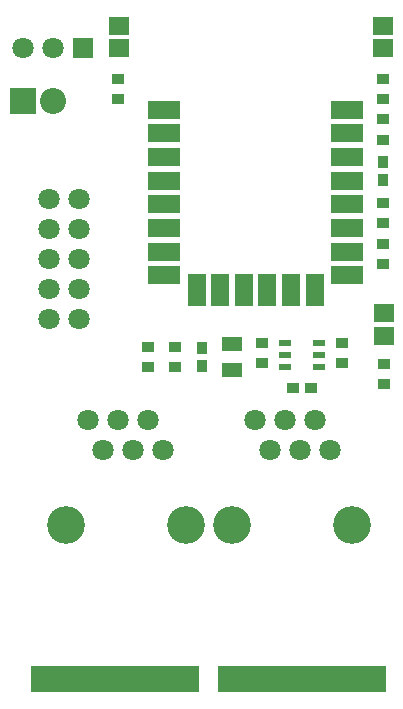
<source format=gts>
G04*
G04 #@! TF.GenerationSoftware,Altium Limited,Altium Designer,18.0.12 (696)*
G04*
G04 Layer_Color=8388736*
%FSLAX44Y44*%
%MOMM*%
G71*
G01*
G75*
%ADD26R,2.7032X1.6032*%
%ADD27R,1.6032X2.7032*%
%ADD28R,1.7032X1.5032*%
%ADD29R,1.1176X0.9652*%
%ADD30R,1.0532X0.8532*%
%ADD31R,1.7032X1.2032*%
%ADD32R,0.9652X1.1176*%
%ADD33R,1.0135X0.5029*%
%ADD34R,14.2032X2.2032*%
%ADD35C,1.8032*%
%ADD36C,2.2032*%
%ADD37R,2.2032X2.2032*%
%ADD38R,1.8032X1.8032*%
%ADD39C,3.2032*%
D26*
X1294130Y709620D02*
D03*
Y689620D02*
D03*
X1139130Y669620D02*
D03*
X1294130Y769620D02*
D03*
Y789620D02*
D03*
Y809620D02*
D03*
Y729620D02*
D03*
Y749620D02*
D03*
X1139130Y729620D02*
D03*
Y689620D02*
D03*
Y709620D02*
D03*
X1294130Y669620D02*
D03*
X1139130Y749620D02*
D03*
Y769620D02*
D03*
Y789620D02*
D03*
Y809620D02*
D03*
D27*
X1166630Y657120D02*
D03*
X1186630D02*
D03*
X1206630D02*
D03*
X1266630D02*
D03*
X1246630D02*
D03*
X1226630D02*
D03*
D28*
X1100582Y861720D02*
D03*
Y880720D02*
D03*
X1324610Y861720D02*
D03*
Y880720D02*
D03*
X1324864Y618388D02*
D03*
Y637388D02*
D03*
D29*
X1248156Y574548D02*
D03*
X1263396D02*
D03*
D30*
X1289304Y612004D02*
D03*
Y595004D02*
D03*
X1221740Y612004D02*
D03*
Y595004D02*
D03*
X1324356Y784488D02*
D03*
Y801488D02*
D03*
Y679078D02*
D03*
Y696078D02*
D03*
Y713622D02*
D03*
Y730622D02*
D03*
X1324864Y594224D02*
D03*
Y577224D02*
D03*
X1324558Y818548D02*
D03*
Y835548D02*
D03*
X1100276Y818548D02*
D03*
Y835548D02*
D03*
X1125220Y591820D02*
D03*
Y608820D02*
D03*
X1148276Y608820D02*
D03*
Y591820D02*
D03*
D31*
X1196848Y589206D02*
D03*
Y611706D02*
D03*
D32*
X1324356Y765810D02*
D03*
Y750570D02*
D03*
X1171448Y607704D02*
D03*
Y592464D02*
D03*
D33*
X1270533Y611937D02*
D03*
X1241527D02*
D03*
Y591947D02*
D03*
X1270533D02*
D03*
Y601929D02*
D03*
X1241527D02*
D03*
D34*
X1097788Y327660D02*
D03*
X1255776D02*
D03*
D35*
X1067054Y632460D02*
D03*
X1041654D02*
D03*
X1067054Y657860D02*
D03*
X1041654D02*
D03*
X1067054Y683260D02*
D03*
X1041654D02*
D03*
X1067054Y708660D02*
D03*
X1041654D02*
D03*
X1067054Y734060D02*
D03*
X1041654D02*
D03*
X1138174Y521970D02*
D03*
X1125474Y547370D02*
D03*
X1112774Y521970D02*
D03*
X1100074Y547370D02*
D03*
X1087374Y521970D02*
D03*
X1074674Y547370D02*
D03*
X1279144Y521970D02*
D03*
X1266444Y547370D02*
D03*
X1253744Y521970D02*
D03*
X1241044Y547370D02*
D03*
X1228344Y521970D02*
D03*
X1215644Y547370D02*
D03*
X1044702Y862076D02*
D03*
X1019302D02*
D03*
D36*
X1044702Y816864D02*
D03*
D37*
X1019302D02*
D03*
D38*
X1070102Y862076D02*
D03*
D39*
X1157224Y458470D02*
D03*
X1055624D02*
D03*
X1298194D02*
D03*
X1196594D02*
D03*
M02*

</source>
